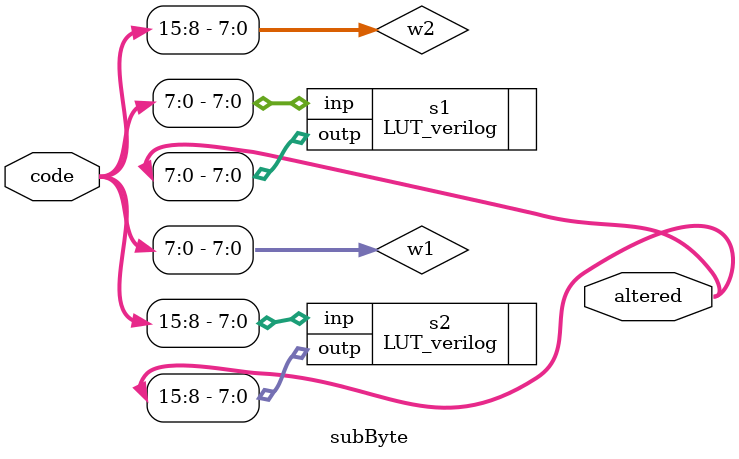
<source format=v>
module subByte(	
	output [15:0] altered,
	input [15:0] code
    );
	
	wire [7:0] w1,w2;
	assign w1 = code[7:0];
	assign w2 = code[15:8];
	
	LUT_verilog s1(.outp(altered[7:0]),.inp(w1));
	LUT_verilog s2(.outp(altered[15:8]),.inp(w2));
	
endmodule
</source>
